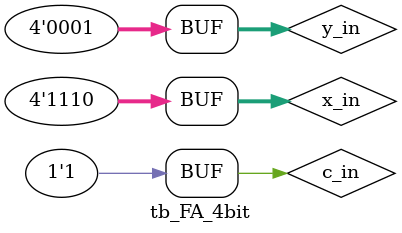
<source format=v>
module tb_FA_4bit;
  reg [3:0] x_in;
  reg [3:0] y_in;
  reg c_in;
  wire [3:0] sum;
  wire c_out;
  
  FA_4bit module_FA_4bit (
    .x_in (x_in),
    .y_in (y_in),
    .c_in (c_in),
    .c_out(c_out),
    .sum  (sum)
);

  
  initial begin
    $monitor("At time %0t: x_in=%b y_in=%b, c_in=%b, sum=%b, carry=%b",$time, x_in,y_in,c_in,sum,c_out);
    x_in = 4'b0000; y_in = 4'b0000; c_in = 0; #1;
    x_in = 4'b1110; y_in = 4'b0001; c_in = 0; #1;
    x_in = 4'b1110; y_in = 4'b0001; c_in = 1; #1;
  end
endmodule
</source>
